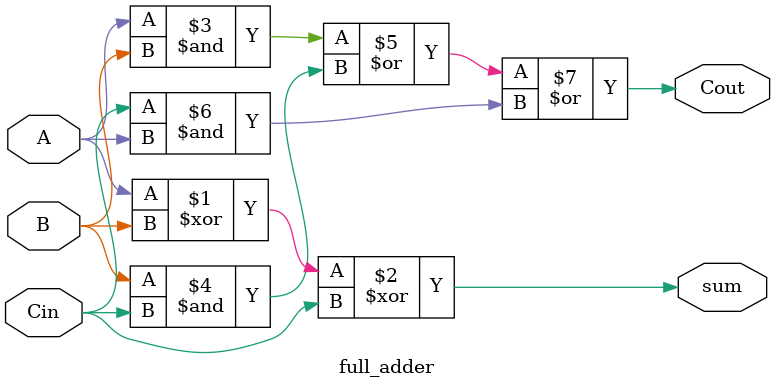
<source format=v>
module full_adder (A,B,Cin,sum,Cout);
input  A;
input  B;
input   Cin;
output wire sum;
output wire Cout;

//this is a combinational circuit
assign sum= A^B^Cin; 
assign Cout = (A&B)|(B&Cin)|(Cin&A);

endmodule



</source>
